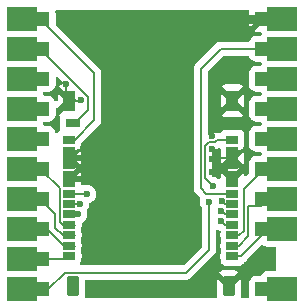
<source format=gbr>
%TF.GenerationSoftware,KiCad,Pcbnew,9.0.1+dfsg-1*%
%TF.CreationDate,2025-05-01T11:04:40+02:00*%
%TF.ProjectId,sim-and-sd-card,73696d2d-616e-4642-9d73-642d63617264,rev?*%
%TF.SameCoordinates,Original*%
%TF.FileFunction,Copper,L1,Top*%
%TF.FilePolarity,Positive*%
%FSLAX46Y46*%
G04 Gerber Fmt 4.6, Leading zero omitted, Abs format (unit mm)*
G04 Created by KiCad (PCBNEW 9.0.1+dfsg-1) date 2025-05-01 11:04:40*
%MOMM*%
%LPD*%
G01*
G04 APERTURE LIST*
G04 Aperture macros list*
%AMRoundRect*
0 Rectangle with rounded corners*
0 $1 Rounding radius*
0 $2 $3 $4 $5 $6 $7 $8 $9 X,Y pos of 4 corners*
0 Add a 4 corners polygon primitive as box body*
4,1,4,$2,$3,$4,$5,$6,$7,$8,$9,$2,$3,0*
0 Add four circle primitives for the rounded corners*
1,1,$1+$1,$2,$3*
1,1,$1+$1,$4,$5*
1,1,$1+$1,$6,$7*
1,1,$1+$1,$8,$9*
0 Add four rect primitives between the rounded corners*
20,1,$1+$1,$2,$3,$4,$5,0*
20,1,$1+$1,$4,$5,$6,$7,0*
20,1,$1+$1,$6,$7,$8,$9,0*
20,1,$1+$1,$8,$9,$2,$3,0*%
G04 Aperture macros list end*
%TA.AperFunction,ComponentPad*%
%ADD10RoundRect,0.172244X-0.352756X-0.677756X0.352756X-0.677756X0.352756X0.677756X-0.352756X0.677756X0*%
%TD*%
%TA.AperFunction,SMDPad,CuDef*%
%ADD11R,1.000000X1.340000*%
%TD*%
%TA.AperFunction,SMDPad,CuDef*%
%ADD12R,1.000000X1.940000*%
%TD*%
%TA.AperFunction,SMDPad,CuDef*%
%ADD13R,1.000000X1.800000*%
%TD*%
%TA.AperFunction,SMDPad,CuDef*%
%ADD14R,1.000000X1.350000*%
%TD*%
%TA.AperFunction,ComponentPad*%
%ADD15RoundRect,0.172244X0.352756X0.677756X-0.352756X0.677756X-0.352756X-0.677756X0.352756X-0.677756X0*%
%TD*%
%TA.AperFunction,SMDPad,CuDef*%
%ADD16R,1.200000X0.700000*%
%TD*%
%TA.AperFunction,SMDPad,CuDef*%
%ADD17R,1.000000X0.700000*%
%TD*%
%TA.AperFunction,CastellatedPad*%
%ADD18R,2.540000X2.000000*%
%TD*%
%TA.AperFunction,ComponentPad*%
%ADD19RoundRect,0.250000X-0.375000X-0.375000X0.375000X-0.375000X0.375000X0.375000X-0.375000X0.375000X0*%
%TD*%
%TA.AperFunction,ViaPad*%
%ADD20C,0.600000*%
%TD*%
%TA.AperFunction,Conductor*%
%ADD21C,0.200000*%
%TD*%
%TA.AperFunction,Conductor*%
%ADD22C,0.500000*%
%TD*%
%TA.AperFunction,Conductor*%
%ADD23C,0.750000*%
%TD*%
G04 APERTURE END LIST*
D10*
%TO.P,J1,G1,GND*%
%TO.N,GND*%
X53015400Y-60020200D03*
D11*
%TO.P,J1,G2,GND*%
X52705400Y-50970200D03*
D12*
%TO.P,J1,G3,GND*%
X52705400Y-49130200D03*
D13*
%TO.P,J1,G4,GND*%
X52705400Y-44320200D03*
%TO.P,J1,G5,GND*%
X66515400Y-44320200D03*
D12*
%TO.P,J1,G6,GND*%
X66515400Y-49130200D03*
D14*
%TO.P,J1,G7,GND*%
X66515400Y-50970200D03*
D15*
%TO.P,J1,G8,GND*%
X66205400Y-60020200D03*
D16*
%TO.P,J1,S/W,SD_PRESENT*%
%TO.N,SD_PRESENT*%
X53005400Y-46205200D03*
D17*
%TO.P,J1,S1,SIM_VCC*%
%TO.N,SIM_VCC*%
X66515400Y-57460200D03*
%TO.P,J1,S2,SIM_RESET*%
%TO.N,SIM_RESET*%
X66515400Y-56580200D03*
%TO.P,J1,S3,SIM_CLK*%
%TO.N,SIM_CLK*%
X52705400Y-56580200D03*
%TO.P,J1,S4,SIM_AUX1*%
%TO.N,SIM_AUX1*%
X52705400Y-57460200D03*
%TO.P,J1,S5,SIM_GND*%
%TO.N,SIM_GND*%
X66515400Y-53940200D03*
%TO.P,J1,S6,SIM_VPP*%
%TO.N,SIM_VPP*%
X66515400Y-55700200D03*
%TO.P,J1,S7,SIM_DATA*%
%TO.N,SIM_DATA*%
X52705400Y-55700200D03*
%TO.P,J1,S8,SIM_AUX2*%
%TO.N,SIM_AUX2*%
X52705400Y-53940200D03*
%TO.P,J1,T1,SD_DAT2*%
%TO.N,SD_DAT2*%
X66515400Y-47620200D03*
%TO.P,J1,T2,SD_CD*%
%TO.N,SD_CD*%
X66515400Y-52180200D03*
%TO.P,J1,T3,SD_CMD*%
%TO.N,SD_CMD*%
X66515400Y-53060200D03*
%TO.P,J1,T4,SD_VDD*%
%TO.N,SD_VDD*%
X66515400Y-54820200D03*
%TO.P,J1,T5,SD_CLK*%
%TO.N,SD_CLK*%
X52705400Y-54820200D03*
%TO.P,J1,T6,SD_GND*%
%TO.N,SD_GND*%
X52705400Y-53060200D03*
%TO.P,J1,T7,SD_DAT0*%
%TO.N,SD_DAT0*%
X52705400Y-52180200D03*
%TO.P,J1,T8,SD_DAT1*%
%TO.N,SD_DAT1*%
X52705400Y-47620200D03*
%TD*%
D18*
%TO.P,M1,1*%
%TO.N,unconnected-(M1-Pad1)_1*%
X70720800Y-60248800D03*
D19*
X69020800Y-60248800D03*
D18*
%TO.P,M1,3*%
%TO.N,SIM_VCC*%
X70720800Y-55168800D03*
D19*
X69020800Y-55168800D03*
D18*
%TO.P,M1,4*%
%TO.N,SIM_RESET*%
X70720800Y-52628800D03*
D19*
X69020800Y-52628800D03*
D18*
%TO.P,M1,5*%
%TO.N,SIM_VPP*%
X70720800Y-50088800D03*
D19*
X69020800Y-50088800D03*
D18*
%TO.P,M1,6*%
%TO.N,SD_VDD*%
X70720800Y-47548800D03*
D19*
X69020800Y-47548800D03*
D18*
%TO.P,M1,7*%
%TO.N,SIM_GND*%
X70720800Y-45008800D03*
D19*
X69020800Y-45008800D03*
D18*
%TO.P,M1,8*%
%TO.N,SD_CMD*%
X70720800Y-42468800D03*
D19*
X69020800Y-42468800D03*
D18*
%TO.P,M1,9*%
%TO.N,SD_CD*%
X70720800Y-39928800D03*
D19*
X69020800Y-39928800D03*
D18*
%TO.P,M1,10,GND*%
%TO.N,GND*%
X70720800Y-37388800D03*
D19*
X69020800Y-37388800D03*
%TO.P,M1,11*%
%TO.N,SD_DAT2*%
X50420800Y-60248800D03*
D18*
X48720800Y-60248800D03*
D19*
%TO.P,M1,12*%
%TO.N,SIM_AUX1*%
X50420800Y-57708800D03*
D18*
X48720800Y-57708800D03*
D19*
%TO.P,M1,13*%
%TO.N,SIM_CLK*%
X50420800Y-55168800D03*
D18*
X48720800Y-55168800D03*
D19*
%TO.P,M1,14*%
%TO.N,SIM_DATA*%
X50420800Y-52628800D03*
D18*
X48720800Y-52628800D03*
D19*
%TO.P,M1,15*%
%TO.N,SD_CLK*%
X50420800Y-50088800D03*
D18*
X48720800Y-50088800D03*
D19*
%TO.P,M1,16*%
%TO.N,SIM_AUX2*%
X50420800Y-47548800D03*
D18*
X48720800Y-47548800D03*
D19*
%TO.P,M1,17*%
%TO.N,SD_GND*%
X50420800Y-45008800D03*
D18*
X48720800Y-45008800D03*
D19*
%TO.P,M1,18*%
%TO.N,SD_DAT0*%
X50420800Y-42468800D03*
D18*
X48720800Y-42468800D03*
D19*
%TO.P,M1,19*%
%TO.N,SD_PRESENT*%
X50420800Y-39928800D03*
D18*
X48720800Y-39928800D03*
D19*
%TO.P,M1,20*%
%TO.N,SD_DAT1*%
X50420800Y-37388800D03*
D18*
X48720800Y-37388800D03*
%TD*%
D20*
%TO.N,SD_GND*%
X53594000Y-53060600D03*
%TO.N,SD_DAT2*%
X64871600Y-51580200D03*
X64541400Y-52882800D03*
%TO.N,SIM_AUX2*%
X53416200Y-53949600D03*
%TO.N,GND*%
X52385420Y-42915380D03*
X64750200Y-50342800D03*
X64795400Y-47269400D03*
X66395600Y-38709600D03*
X64750200Y-49227480D03*
X64750200Y-48389400D03*
X53694400Y-44297600D03*
%TO.N,SD_VDD*%
X65557480Y-54490975D03*
%TO.N,SIM_GND*%
X65564884Y-53627080D03*
%TO.N,SD_CMD*%
X65614204Y-52828601D03*
%TO.N,SD_DAT0*%
X54194000Y-52222400D03*
%TD*%
D21*
%TO.N,SIM_AUX1*%
X53155400Y-57460200D02*
X52906800Y-57708800D01*
X52906800Y-57708800D02*
X49920800Y-57708800D01*
%TO.N,SD_GND*%
X53155400Y-53060200D02*
X53593600Y-53060200D01*
X53593600Y-53060200D02*
X53594000Y-53060600D01*
%TO.N,SD_DAT2*%
X50927000Y-60248800D02*
X49920800Y-60248800D01*
X62592600Y-58870200D02*
X52305600Y-58870200D01*
X49911000Y-60248800D02*
X50181000Y-60248800D01*
X52305600Y-58870200D02*
X50927000Y-60248800D01*
X66065400Y-47620200D02*
X65236560Y-47620200D01*
X64514800Y-47829400D02*
X64190200Y-48154000D01*
X64541400Y-52882800D02*
X64541400Y-56921400D01*
X64541400Y-56921400D02*
X62592600Y-58870200D01*
X65236560Y-47620200D02*
X65027360Y-47829400D01*
X64190200Y-48154000D02*
X64190200Y-50898800D01*
X64190200Y-50898800D02*
X64871600Y-51580200D01*
X65027360Y-47829400D02*
X64514800Y-47829400D01*
%TO.N,SIM_CLK*%
X50850800Y-55168800D02*
X49920800Y-55168800D01*
X52262200Y-56580200D02*
X50850800Y-55168800D01*
X53155400Y-56580200D02*
X52262200Y-56580200D01*
%TO.N,SIM_AUX2*%
X52670200Y-53940200D02*
X52578000Y-53848000D01*
X53155400Y-53940200D02*
X52670200Y-53940200D01*
X53406800Y-53940200D02*
X53416200Y-53949600D01*
X53155400Y-53940200D02*
X53406800Y-53940200D01*
D22*
%TO.N,GND*%
X53155400Y-50970200D02*
X54196000Y-50970200D01*
D21*
X66065400Y-49130200D02*
X64847480Y-49130200D01*
D22*
X54305200Y-49123600D02*
X54298600Y-49130200D01*
D21*
X64847480Y-49130200D02*
X64750200Y-49227480D01*
X66065400Y-49130200D02*
X65491000Y-49130200D01*
D22*
X53155400Y-49130200D02*
X54298600Y-49130200D01*
D23*
X66395600Y-38110606D02*
X66395600Y-38709600D01*
D21*
X66065400Y-50800000D02*
X65963800Y-50698400D01*
X65608200Y-50342800D02*
X64750200Y-50342800D01*
X66065400Y-49130200D02*
X66065400Y-50970200D01*
X53155400Y-44320200D02*
X53155400Y-44265400D01*
X53155400Y-44265400D02*
X52385420Y-43495420D01*
X65963800Y-50698400D02*
X65608200Y-50342800D01*
X53155400Y-44265400D02*
X53060600Y-44170600D01*
X53671800Y-44320200D02*
X53694400Y-44297600D01*
D23*
X67117406Y-37388800D02*
X66395600Y-38110606D01*
D21*
X66065400Y-50970200D02*
X66065400Y-50800000D01*
X52385420Y-43495420D02*
X52385420Y-42915380D01*
D23*
X69511000Y-37388800D02*
X67117406Y-37388800D01*
D21*
X65491000Y-49130200D02*
X64750200Y-48389400D01*
D22*
X54196000Y-50970200D02*
X54203600Y-50977800D01*
D21*
X53155400Y-44320200D02*
X53671800Y-44320200D01*
%TO.N,SD_DAT1*%
X50190800Y-37388800D02*
X54787800Y-41985800D01*
X49920800Y-37388800D02*
X50190800Y-37388800D01*
X54787800Y-41985800D02*
X54787800Y-45987800D01*
X54787800Y-45987800D02*
X53155400Y-47620200D01*
%TO.N,SD_CD*%
X64296000Y-52180200D02*
X63830200Y-51714400D01*
X63830200Y-51714400D02*
X63830200Y-41630600D01*
X65532000Y-39928800D02*
X69511000Y-39928800D01*
X63830200Y-41630600D02*
X65532000Y-39928800D01*
X66065400Y-52180200D02*
X64296000Y-52180200D01*
%TO.N,SD_VDD*%
X66065400Y-54820200D02*
X65886705Y-54820200D01*
X65886705Y-54820200D02*
X65557480Y-54490975D01*
%TO.N,SIM_VCC*%
X66065400Y-57460200D02*
X67229400Y-57460200D01*
X67229400Y-57460200D02*
X69520800Y-55168800D01*
%TO.N,SD_CLK*%
X51890800Y-54575600D02*
X51890800Y-51728800D01*
X53155400Y-54820200D02*
X52135400Y-54820200D01*
X52135400Y-54820200D02*
X51890800Y-54575600D01*
X51890800Y-51728800D02*
X50250800Y-50088800D01*
X50250800Y-50088800D02*
X49920800Y-50088800D01*
%TO.N,SIM_GND*%
X66065400Y-53940200D02*
X65878004Y-53940200D01*
X65878004Y-53940200D02*
X65564884Y-53627080D01*
%TO.N,SIM_VPP*%
X67468800Y-55316800D02*
X67468800Y-51801000D01*
X66065400Y-55700200D02*
X67085400Y-55700200D01*
X69181000Y-50088800D02*
X69511000Y-50088800D01*
X67468800Y-51801000D02*
X69181000Y-50088800D01*
X67085400Y-55700200D02*
X67468800Y-55316800D01*
%TO.N,SIM_RESET*%
X67868800Y-53213000D02*
X68926800Y-53213000D01*
X68926800Y-53213000D02*
X69511000Y-52628800D01*
X67868800Y-55796800D02*
X67868800Y-53213000D01*
X66065400Y-56580200D02*
X67085400Y-56580200D01*
X67085400Y-56580200D02*
X67868800Y-55796800D01*
%TO.N,SD_PRESENT*%
X54254400Y-45106200D02*
X54254400Y-43992400D01*
X54254400Y-43992400D02*
X50190800Y-39928800D01*
X53155400Y-46205200D02*
X54254400Y-45106200D01*
X50190800Y-39928800D02*
X49920800Y-39928800D01*
%TO.N,SD_CMD*%
X66065400Y-53060200D02*
X66293600Y-53060200D01*
X65871603Y-53086000D02*
X65614204Y-52828601D01*
X66293600Y-53060200D02*
X66319400Y-53086000D01*
X66319400Y-53086000D02*
X65871603Y-53086000D01*
%TO.N,SIM_DATA*%
X52135400Y-55700200D02*
X51490800Y-55055600D01*
X53155400Y-55700200D02*
X52135400Y-55700200D01*
X50190800Y-52628800D02*
X49920800Y-52628800D01*
X51490800Y-53928800D02*
X50190800Y-52628800D01*
X51490800Y-55055600D02*
X51490800Y-53928800D01*
%TO.N,SD_DAT0*%
X53155400Y-52180200D02*
X52866000Y-52180200D01*
X53155400Y-52180200D02*
X54151800Y-52180200D01*
X54151800Y-52180200D02*
X54194000Y-52222400D01*
X52866000Y-52180200D02*
X52781200Y-52095400D01*
%TD*%
%TA.AperFunction,Conductor*%
%TO.N,GND*%
G36*
X65282121Y-55248335D02*
G01*
X65283547Y-55248131D01*
X65313352Y-55256308D01*
X65323983Y-55260712D01*
X65370902Y-55270045D01*
X65415091Y-55278835D01*
X65477002Y-55311220D01*
X65511576Y-55371935D01*
X65514900Y-55400452D01*
X65514900Y-55421836D01*
X65507233Y-55460380D01*
X65507926Y-55460566D01*
X65464900Y-55621143D01*
X65464900Y-55779256D01*
X65507650Y-55938807D01*
X65509020Y-55940831D01*
X65513260Y-55968041D01*
X65514865Y-55975638D01*
X65514900Y-55977129D01*
X65514901Y-56098072D01*
X65518556Y-56132081D01*
X65518679Y-56137271D01*
X65518004Y-56139788D01*
X65518004Y-56153449D01*
X65514900Y-56182322D01*
X65514900Y-56301836D01*
X65507233Y-56340380D01*
X65507926Y-56340566D01*
X65481605Y-56438800D01*
X65464900Y-56501143D01*
X65464900Y-56659257D01*
X65467591Y-56669299D01*
X65507650Y-56818807D01*
X65509020Y-56820831D01*
X65513260Y-56848041D01*
X65514865Y-56855638D01*
X65514900Y-56857129D01*
X65514901Y-56978072D01*
X65518556Y-57012081D01*
X65518679Y-57017271D01*
X65518004Y-57019788D01*
X65518004Y-57033449D01*
X65514900Y-57062322D01*
X65514900Y-57181836D01*
X65507233Y-57220380D01*
X65507926Y-57220566D01*
X65489290Y-57290117D01*
X65464900Y-57381143D01*
X65464900Y-57539257D01*
X65482231Y-57603939D01*
X65507926Y-57699834D01*
X65507232Y-57700019D01*
X65514900Y-57738562D01*
X65514900Y-57858069D01*
X65514901Y-57858076D01*
X65521308Y-57917683D01*
X65571602Y-58052528D01*
X65571606Y-58052535D01*
X65657852Y-58167744D01*
X65657855Y-58167747D01*
X65773064Y-58253993D01*
X65773071Y-58253997D01*
X65907917Y-58304291D01*
X65907916Y-58304291D01*
X65914844Y-58305035D01*
X65967527Y-58310700D01*
X67063272Y-58310699D01*
X67122883Y-58304291D01*
X67257731Y-58253996D01*
X67372946Y-58167746D01*
X67459196Y-58052531D01*
X67459197Y-58052525D01*
X67463446Y-58044748D01*
X67464961Y-58045575D01*
X67500506Y-57998087D01*
X67512822Y-57989962D01*
X67598116Y-57940720D01*
X67709920Y-57828916D01*
X67709920Y-57828914D01*
X67720128Y-57818707D01*
X67720130Y-57818704D01*
X68971090Y-56567743D01*
X69032411Y-56534260D01*
X69102103Y-56539244D01*
X69133078Y-56556158D01*
X69208468Y-56612595D01*
X69208471Y-56612597D01*
X69343317Y-56662891D01*
X69343316Y-56662891D01*
X69350244Y-56663635D01*
X69402927Y-56669300D01*
X70096300Y-56669299D01*
X70163339Y-56688983D01*
X70209094Y-56741787D01*
X70220300Y-56793299D01*
X70220300Y-58624300D01*
X70200615Y-58691339D01*
X70147811Y-58737094D01*
X70096300Y-58748300D01*
X69402929Y-58748300D01*
X69402923Y-58748301D01*
X69343316Y-58754708D01*
X69208471Y-58805002D01*
X69208464Y-58805006D01*
X69093255Y-58891252D01*
X69093252Y-58891255D01*
X69007005Y-59006465D01*
X68993514Y-59042636D01*
X68951641Y-59098569D01*
X68886176Y-59122984D01*
X68877333Y-59123300D01*
X68595799Y-59123300D01*
X68595780Y-59123301D01*
X68493003Y-59133800D01*
X68493000Y-59133801D01*
X68326468Y-59188985D01*
X68326463Y-59188987D01*
X68177142Y-59281089D01*
X68053089Y-59405142D01*
X67960987Y-59554463D01*
X67960986Y-59554466D01*
X67905801Y-59721003D01*
X67905801Y-59721004D01*
X67905800Y-59721004D01*
X67895300Y-59823783D01*
X67895300Y-60673801D01*
X67895301Y-60673819D01*
X67905800Y-60776596D01*
X67905801Y-60776599D01*
X67931879Y-60855296D01*
X67934281Y-60925124D01*
X67898549Y-60985166D01*
X67836029Y-61016359D01*
X67814173Y-61018300D01*
X67330979Y-61018300D01*
X67263940Y-60998615D01*
X67218185Y-60945811D01*
X67208241Y-60876653D01*
X67212594Y-60857409D01*
X67224244Y-60820020D01*
X67230399Y-60752283D01*
X67230399Y-59348752D01*
X67230398Y-59348751D01*
X66469856Y-60109294D01*
X66408533Y-60142779D01*
X66338841Y-60137795D01*
X66294494Y-60109294D01*
X66265400Y-60080200D01*
X66265400Y-59606648D01*
X67019228Y-58852820D01*
X66975785Y-58809377D01*
X66975780Y-58809373D01*
X66836081Y-58724923D01*
X66836074Y-58724920D01*
X66680221Y-58676355D01*
X66680223Y-58676355D01*
X66612483Y-58670200D01*
X65798305Y-58670200D01*
X65730585Y-58676353D01*
X65730578Y-58676355D01*
X65574725Y-58724920D01*
X65574718Y-58724923D01*
X65435019Y-58809373D01*
X65435014Y-58809377D01*
X65391572Y-58852820D01*
X65945754Y-59407002D01*
X65895848Y-59456909D01*
X65865400Y-59530418D01*
X65865400Y-60033752D01*
X65180400Y-59348752D01*
X65180400Y-60752294D01*
X65186553Y-60820014D01*
X65186554Y-60820018D01*
X65198206Y-60857409D01*
X65199358Y-60927269D01*
X65162557Y-60986662D01*
X65099488Y-61016730D01*
X65079821Y-61018300D01*
X54140979Y-61018300D01*
X54073940Y-60998615D01*
X54028185Y-60945811D01*
X54018241Y-60876653D01*
X54022594Y-60857409D01*
X54034244Y-60820020D01*
X54040399Y-60752283D01*
X54040399Y-59594700D01*
X54060084Y-59527661D01*
X54112887Y-59481906D01*
X54164399Y-59470700D01*
X62505931Y-59470700D01*
X62505947Y-59470701D01*
X62513543Y-59470701D01*
X62671654Y-59470701D01*
X62671657Y-59470701D01*
X62824385Y-59429777D01*
X62874504Y-59400839D01*
X62961316Y-59350720D01*
X63073120Y-59238916D01*
X63073120Y-59238914D01*
X63083328Y-59228707D01*
X63083330Y-59228704D01*
X64899906Y-57412128D01*
X64899911Y-57412124D01*
X64910114Y-57401920D01*
X64910116Y-57401920D01*
X65021920Y-57290116D01*
X65100977Y-57153184D01*
X65138146Y-57014466D01*
X65141900Y-57000458D01*
X65141900Y-56842343D01*
X65141900Y-55370869D01*
X65151145Y-55339383D01*
X65159261Y-55307592D01*
X65160939Y-55306029D01*
X65161585Y-55303830D01*
X65186379Y-55282345D01*
X65210400Y-55259983D01*
X65212656Y-55259575D01*
X65214389Y-55258075D01*
X65246865Y-55253405D01*
X65279160Y-55247580D01*
X65282121Y-55248335D01*
G37*
%TD.AperFunction*%
%TA.AperFunction,Conductor*%
G36*
X67842023Y-36627323D02*
G01*
X67870058Y-36632343D01*
X67875116Y-36637040D01*
X67881739Y-36638985D01*
X67900386Y-36660504D01*
X67921258Y-36679886D01*
X67922974Y-36686572D01*
X67927494Y-36691789D01*
X67931546Y-36719974D01*
X67938627Y-36747562D01*
X67936900Y-36757206D01*
X67937438Y-36760947D01*
X67932406Y-36782304D01*
X67906294Y-36861102D01*
X67906293Y-36861109D01*
X67895800Y-36963813D01*
X67895800Y-37813771D01*
X67895801Y-37813787D01*
X67906294Y-37916497D01*
X67961441Y-38082919D01*
X67961443Y-38082924D01*
X67965899Y-38090147D01*
X68645800Y-37410246D01*
X68645800Y-37438170D01*
X68671356Y-37533545D01*
X68720725Y-37619055D01*
X68790545Y-37688875D01*
X68876055Y-37738244D01*
X68971430Y-37763800D01*
X68999350Y-37763800D01*
X68319450Y-38443700D01*
X68326675Y-38448157D01*
X68493102Y-38503305D01*
X68493109Y-38503306D01*
X68595819Y-38513799D01*
X68877679Y-38513799D01*
X68898925Y-38520037D01*
X68921009Y-38521616D01*
X68931792Y-38529687D01*
X68944718Y-38533483D01*
X68959218Y-38550217D01*
X68976944Y-38563486D01*
X68987557Y-38582922D01*
X68990473Y-38586287D01*
X68993859Y-38594462D01*
X69001426Y-38614748D01*
X69006413Y-38684439D01*
X69001427Y-38701420D01*
X68993514Y-38722635D01*
X68951643Y-38778568D01*
X68886178Y-38802984D01*
X68877333Y-38803300D01*
X68595799Y-38803300D01*
X68595780Y-38803301D01*
X68493003Y-38813800D01*
X68493000Y-38813801D01*
X68326468Y-38868985D01*
X68326463Y-38868987D01*
X68177142Y-38961089D01*
X68053089Y-39085142D01*
X67960985Y-39234467D01*
X67958056Y-39243307D01*
X67918282Y-39300751D01*
X67853765Y-39327572D01*
X67840351Y-39328300D01*
X65618670Y-39328300D01*
X65618654Y-39328299D01*
X65611058Y-39328299D01*
X65452943Y-39328299D01*
X65376579Y-39348761D01*
X65300214Y-39369223D01*
X65300209Y-39369226D01*
X65163290Y-39448275D01*
X65163282Y-39448281D01*
X63349679Y-41261884D01*
X63330187Y-41295645D01*
X63321949Y-41309916D01*
X63270623Y-41398815D01*
X63229699Y-41551543D01*
X63229699Y-41551545D01*
X63229699Y-41719646D01*
X63229700Y-41719659D01*
X63229700Y-51627730D01*
X63229699Y-51627748D01*
X63229699Y-51793454D01*
X63229698Y-51793454D01*
X63229699Y-51793457D01*
X63270623Y-51946185D01*
X63270624Y-51946186D01*
X63286332Y-51973395D01*
X63286333Y-51973396D01*
X63349675Y-52083109D01*
X63349681Y-52083117D01*
X63755312Y-52488748D01*
X63788797Y-52550071D01*
X63783813Y-52619763D01*
X63782194Y-52623878D01*
X63771662Y-52649306D01*
X63771660Y-52649311D01*
X63740900Y-52803953D01*
X63740900Y-52961646D01*
X63771661Y-53116289D01*
X63771664Y-53116301D01*
X63832002Y-53261972D01*
X63832009Y-53261985D01*
X63920002Y-53393674D01*
X63940880Y-53460351D01*
X63940900Y-53462565D01*
X63940900Y-56621303D01*
X63921215Y-56688342D01*
X63904581Y-56708984D01*
X62380184Y-58233381D01*
X62318861Y-58266866D01*
X62292503Y-58269700D01*
X53734346Y-58269700D01*
X53667307Y-58250015D01*
X53621552Y-58197211D01*
X53611608Y-58128053D01*
X53635079Y-58071389D01*
X53636445Y-58069563D01*
X53649196Y-58052531D01*
X53699491Y-57917683D01*
X53705900Y-57858073D01*
X53705899Y-57738563D01*
X53713566Y-57700023D01*
X53712872Y-57699837D01*
X53714976Y-57691984D01*
X53755900Y-57539258D01*
X53755900Y-57381143D01*
X53714976Y-57228416D01*
X53714974Y-57228413D01*
X53713146Y-57221590D01*
X53711779Y-57219569D01*
X53707540Y-57192369D01*
X53705934Y-57184763D01*
X53705899Y-57183280D01*
X53705899Y-57062328D01*
X53702241Y-57028305D01*
X53702119Y-57023124D01*
X53702795Y-57020603D01*
X53702795Y-57006948D01*
X53705900Y-56978073D01*
X53705899Y-56858563D01*
X53713567Y-56820021D01*
X53712873Y-56819836D01*
X53714977Y-56811984D01*
X53755900Y-56659257D01*
X53755900Y-56501143D01*
X53714977Y-56348416D01*
X53714975Y-56348412D01*
X53713147Y-56341590D01*
X53711779Y-56339567D01*
X53707540Y-56312366D01*
X53705934Y-56304761D01*
X53705899Y-56303278D01*
X53705899Y-56182328D01*
X53702241Y-56148305D01*
X53702119Y-56143124D01*
X53702795Y-56140603D01*
X53702795Y-56126948D01*
X53705900Y-56098073D01*
X53705899Y-55978563D01*
X53713567Y-55940021D01*
X53712873Y-55939836D01*
X53714977Y-55931984D01*
X53755900Y-55779257D01*
X53755900Y-55621143D01*
X53714977Y-55468416D01*
X53714975Y-55468412D01*
X53713147Y-55461590D01*
X53711779Y-55459567D01*
X53707540Y-55432366D01*
X53705934Y-55424761D01*
X53705899Y-55423278D01*
X53705899Y-55302328D01*
X53702241Y-55268305D01*
X53702119Y-55263124D01*
X53702795Y-55260603D01*
X53702795Y-55246948D01*
X53705900Y-55218073D01*
X53705899Y-55098563D01*
X53713567Y-55060021D01*
X53712873Y-55059836D01*
X53714977Y-55051984D01*
X53755900Y-54899257D01*
X53755900Y-54751652D01*
X53775585Y-54684613D01*
X53811010Y-54648550D01*
X53866197Y-54611674D01*
X53926489Y-54571389D01*
X54037989Y-54459889D01*
X54125594Y-54328779D01*
X54185937Y-54183097D01*
X54216700Y-54028442D01*
X54216700Y-53870758D01*
X54216700Y-53870755D01*
X54216699Y-53870753D01*
X54205311Y-53813501D01*
X54185937Y-53716103D01*
X54183857Y-53711083D01*
X54176384Y-53641617D01*
X54207654Y-53579135D01*
X54210685Y-53575992D01*
X54215789Y-53570889D01*
X54303394Y-53439779D01*
X54363737Y-53294097D01*
X54394500Y-53139442D01*
X54394500Y-53088659D01*
X54414185Y-53021620D01*
X54466989Y-52975865D01*
X54471048Y-52974098D01*
X54573172Y-52931797D01*
X54573172Y-52931796D01*
X54573179Y-52931794D01*
X54704289Y-52844189D01*
X54815789Y-52732689D01*
X54903394Y-52601579D01*
X54963737Y-52455897D01*
X54994500Y-52301242D01*
X54994500Y-52143558D01*
X54994500Y-52143555D01*
X54994499Y-52143553D01*
X54963738Y-51988910D01*
X54963737Y-51988903D01*
X54957314Y-51973396D01*
X54903397Y-51843227D01*
X54903390Y-51843214D01*
X54815789Y-51712111D01*
X54815786Y-51712107D01*
X54704292Y-51600613D01*
X54704288Y-51600610D01*
X54573185Y-51513009D01*
X54573172Y-51513002D01*
X54427501Y-51452664D01*
X54427489Y-51452661D01*
X54272845Y-51421900D01*
X54272842Y-51421900D01*
X54115158Y-51421900D01*
X54115155Y-51421900D01*
X53960510Y-51452661D01*
X53960503Y-51452663D01*
X53876851Y-51487312D01*
X53807382Y-51494780D01*
X53744903Y-51463504D01*
X53709251Y-51403415D01*
X53705400Y-51372750D01*
X53705400Y-50390200D01*
X53694636Y-50385741D01*
X53666843Y-50400918D01*
X53640485Y-50403752D01*
X53625400Y-50403752D01*
X52969857Y-51059295D01*
X52908534Y-51092780D01*
X52838842Y-51087796D01*
X52794495Y-51059295D01*
X52616305Y-50881105D01*
X52582820Y-50819782D01*
X52587804Y-50750090D01*
X52616305Y-50705743D01*
X53271848Y-50050200D01*
X52616305Y-49394657D01*
X52582820Y-49333334D01*
X52587804Y-49263642D01*
X52616305Y-49219295D01*
X52705400Y-49130200D01*
X52616304Y-49041104D01*
X52582819Y-48979781D01*
X52587803Y-48910089D01*
X52616304Y-48865742D01*
X52975029Y-48507018D01*
X53036352Y-48473533D01*
X53062708Y-48470699D01*
X53253272Y-48470699D01*
X53312883Y-48464291D01*
X53435846Y-48418428D01*
X53505535Y-48413445D01*
X53566858Y-48446930D01*
X53600343Y-48508253D01*
X53595359Y-48577944D01*
X53566858Y-48622292D01*
X53058952Y-49130199D01*
X53058952Y-49130200D01*
X53625400Y-49696648D01*
X53640485Y-49696648D01*
X53697616Y-49713423D01*
X53705400Y-49710199D01*
X53705400Y-48483752D01*
X53654993Y-48462873D01*
X53600590Y-48419032D01*
X53578525Y-48352738D01*
X53595804Y-48285039D01*
X53603180Y-48274001D01*
X53649193Y-48212535D01*
X53649192Y-48212535D01*
X53649196Y-48212531D01*
X53699491Y-48077683D01*
X53705900Y-48018073D01*
X53705899Y-47970296D01*
X53725582Y-47903259D01*
X53742213Y-47882620D01*
X55146306Y-46478528D01*
X55146311Y-46478524D01*
X55156514Y-46468320D01*
X55156516Y-46468320D01*
X55268320Y-46356516D01*
X55324447Y-46259300D01*
X55347377Y-46219585D01*
X55388300Y-46066858D01*
X55388300Y-45908743D01*
X55388300Y-42074860D01*
X55388301Y-42074847D01*
X55388301Y-41906744D01*
X55352857Y-41774468D01*
X55347377Y-41754016D01*
X55321767Y-41709657D01*
X55268324Y-41617090D01*
X55268318Y-41617082D01*
X53431338Y-39780102D01*
X51580432Y-37929197D01*
X51546948Y-37867875D01*
X51544757Y-37828908D01*
X51546299Y-37813820D01*
X51546299Y-37813818D01*
X51546300Y-37813809D01*
X51546299Y-36963792D01*
X51535799Y-36861003D01*
X51535318Y-36859553D01*
X51509721Y-36782304D01*
X51507319Y-36712476D01*
X51543051Y-36652434D01*
X51605571Y-36621241D01*
X51627427Y-36619300D01*
X67814700Y-36619300D01*
X67842023Y-36627323D01*
G37*
%TD.AperFunction*%
%TA.AperFunction,Conductor*%
G36*
X67863727Y-40536164D02*
G01*
X67887951Y-40538800D01*
X67896655Y-40545832D01*
X67907390Y-40548985D01*
X67923343Y-40567396D01*
X67942298Y-40582711D01*
X67950014Y-40598176D01*
X67953145Y-40601789D01*
X67958056Y-40614293D01*
X67960986Y-40623134D01*
X68053088Y-40772456D01*
X68177144Y-40896512D01*
X68326466Y-40988614D01*
X68493003Y-41043799D01*
X68595791Y-41054300D01*
X68877333Y-41054299D01*
X68898579Y-41060537D01*
X68920662Y-41062116D01*
X68931444Y-41070187D01*
X68944372Y-41073983D01*
X68958873Y-41090718D01*
X68976597Y-41103985D01*
X68987212Y-41123423D01*
X68990127Y-41126787D01*
X68993513Y-41134961D01*
X69001160Y-41155462D01*
X69006147Y-41225152D01*
X69001161Y-41242135D01*
X68993514Y-41262636D01*
X68951641Y-41318569D01*
X68886176Y-41342984D01*
X68877333Y-41343300D01*
X68595799Y-41343300D01*
X68595780Y-41343301D01*
X68493003Y-41353800D01*
X68493000Y-41353801D01*
X68326468Y-41408985D01*
X68326463Y-41408987D01*
X68177142Y-41501089D01*
X68053089Y-41625142D01*
X67960987Y-41774463D01*
X67960986Y-41774466D01*
X67905801Y-41941003D01*
X67905801Y-41941004D01*
X67905800Y-41941004D01*
X67895300Y-42043783D01*
X67895300Y-42893801D01*
X67895301Y-42893819D01*
X67905800Y-42996596D01*
X67905801Y-42996599D01*
X67927809Y-43063013D01*
X67960986Y-43163134D01*
X68053088Y-43312456D01*
X68177144Y-43436512D01*
X68326466Y-43528614D01*
X68493003Y-43583799D01*
X68595791Y-43594300D01*
X68877333Y-43594299D01*
X68898579Y-43600537D01*
X68920662Y-43602116D01*
X68931444Y-43610187D01*
X68944372Y-43613983D01*
X68958873Y-43630718D01*
X68976597Y-43643985D01*
X68987212Y-43663423D01*
X68990127Y-43666787D01*
X68993513Y-43674961D01*
X69001160Y-43695462D01*
X69006147Y-43765152D01*
X69001161Y-43782135D01*
X68993514Y-43802636D01*
X68951641Y-43858569D01*
X68886176Y-43882984D01*
X68877333Y-43883300D01*
X68595799Y-43883300D01*
X68595780Y-43883301D01*
X68493003Y-43893800D01*
X68493000Y-43893801D01*
X68326468Y-43948985D01*
X68326463Y-43948987D01*
X68177142Y-44041089D01*
X68053089Y-44165142D01*
X67960987Y-44314463D01*
X67960986Y-44314466D01*
X67905801Y-44481003D01*
X67905801Y-44481004D01*
X67905800Y-44481004D01*
X67895300Y-44583783D01*
X67895300Y-45433801D01*
X67895301Y-45433819D01*
X67905800Y-45536596D01*
X67905801Y-45536599D01*
X67960985Y-45703131D01*
X67960987Y-45703136D01*
X67971512Y-45720199D01*
X68053088Y-45852456D01*
X68177144Y-45976512D01*
X68326466Y-46068614D01*
X68493003Y-46123799D01*
X68595791Y-46134300D01*
X68877333Y-46134299D01*
X68898579Y-46140537D01*
X68920662Y-46142116D01*
X68931444Y-46150187D01*
X68944372Y-46153983D01*
X68958873Y-46170718D01*
X68976597Y-46183985D01*
X68987212Y-46203423D01*
X68990127Y-46206787D01*
X68993513Y-46214961D01*
X69001160Y-46235462D01*
X69006147Y-46305152D01*
X69001161Y-46322135D01*
X68993514Y-46342636D01*
X68951641Y-46398569D01*
X68886176Y-46422984D01*
X68877333Y-46423300D01*
X68595799Y-46423300D01*
X68595780Y-46423301D01*
X68493003Y-46433800D01*
X68493000Y-46433801D01*
X68326468Y-46488985D01*
X68326463Y-46488987D01*
X68177142Y-46581089D01*
X68053089Y-46705142D01*
X67960987Y-46854463D01*
X67960986Y-46854466D01*
X67905801Y-47021003D01*
X67905801Y-47021004D01*
X67905800Y-47021004D01*
X67895300Y-47123783D01*
X67895300Y-47973801D01*
X67895301Y-47973819D01*
X67905800Y-48076596D01*
X67905801Y-48076599D01*
X67944337Y-48192892D01*
X67960986Y-48243134D01*
X68053088Y-48392456D01*
X68177144Y-48516512D01*
X68326466Y-48608614D01*
X68493003Y-48663799D01*
X68595791Y-48674300D01*
X68877333Y-48674299D01*
X68898579Y-48680537D01*
X68920662Y-48682116D01*
X68931444Y-48690187D01*
X68944372Y-48693983D01*
X68958873Y-48710718D01*
X68976597Y-48723985D01*
X68987212Y-48743423D01*
X68990127Y-48746787D01*
X68993513Y-48754961D01*
X69001160Y-48775462D01*
X69006147Y-48845152D01*
X69001161Y-48862133D01*
X68998650Y-48868865D01*
X68993514Y-48882636D01*
X68951641Y-48938569D01*
X68886176Y-48962984D01*
X68877333Y-48963300D01*
X68595799Y-48963300D01*
X68595780Y-48963301D01*
X68493003Y-48973800D01*
X68493000Y-48973801D01*
X68326468Y-49028985D01*
X68326463Y-49028987D01*
X68177142Y-49121089D01*
X68053089Y-49245142D01*
X67960987Y-49394463D01*
X67960985Y-49394468D01*
X67954057Y-49415376D01*
X67905801Y-49561003D01*
X67905801Y-49561004D01*
X67905800Y-49561004D01*
X67895300Y-49663783D01*
X67895300Y-50473901D01*
X67886654Y-50503344D01*
X67880132Y-50533327D01*
X67876377Y-50538342D01*
X67875615Y-50540940D01*
X67858982Y-50561582D01*
X67727079Y-50693484D01*
X67665759Y-50726968D01*
X67596067Y-50721984D01*
X67540133Y-50680113D01*
X67515716Y-50614649D01*
X67515400Y-50605802D01*
X67515400Y-50390200D01*
X67504636Y-50385741D01*
X67476843Y-50400918D01*
X67450485Y-50403752D01*
X67435400Y-50403752D01*
X66779857Y-51059295D01*
X66718534Y-51092780D01*
X66648842Y-51087796D01*
X66604495Y-51059295D01*
X66515400Y-50970200D01*
X66426305Y-51059295D01*
X66364982Y-51092780D01*
X66295290Y-51087796D01*
X66250943Y-51059295D01*
X65595400Y-50403752D01*
X65580315Y-50403752D01*
X65523183Y-50386976D01*
X65515400Y-50390200D01*
X65515400Y-50815632D01*
X65495715Y-50882671D01*
X65442911Y-50928426D01*
X65373753Y-50938370D01*
X65322509Y-50918734D01*
X65250785Y-50870809D01*
X65250772Y-50870802D01*
X65105101Y-50810464D01*
X65105091Y-50810461D01*
X64949749Y-50779561D01*
X64932992Y-50770795D01*
X64914514Y-50766776D01*
X64889477Y-50748033D01*
X64887838Y-50747176D01*
X64886260Y-50745625D01*
X64827019Y-50686384D01*
X64793534Y-50625061D01*
X64790700Y-50598703D01*
X64790700Y-50050200D01*
X65948952Y-50050200D01*
X66515400Y-50616648D01*
X67081848Y-50050200D01*
X66515400Y-49483752D01*
X65948952Y-50050200D01*
X64790700Y-50050200D01*
X64790700Y-48553900D01*
X64793250Y-48545214D01*
X64791962Y-48536253D01*
X64802940Y-48512212D01*
X64810385Y-48486861D01*
X64817225Y-48480933D01*
X64820987Y-48472697D01*
X64843221Y-48458407D01*
X64863189Y-48441106D01*
X64873703Y-48438818D01*
X64879765Y-48434923D01*
X64914700Y-48429900D01*
X64940691Y-48429900D01*
X64940707Y-48429901D01*
X64948303Y-48429901D01*
X65106414Y-48429901D01*
X65106417Y-48429901D01*
X65259145Y-48388977D01*
X65309264Y-48360039D01*
X65329400Y-48348413D01*
X65397299Y-48331940D01*
X65463326Y-48354792D01*
X65506517Y-48409712D01*
X65515400Y-48455800D01*
X65515400Y-49710199D01*
X65526163Y-49714658D01*
X65553957Y-49699482D01*
X65580315Y-49696648D01*
X65595400Y-49696648D01*
X66338624Y-48953424D01*
X66785029Y-48507018D01*
X66846352Y-48473533D01*
X66872708Y-48470699D01*
X67063272Y-48470699D01*
X67122883Y-48464291D01*
X67245846Y-48418428D01*
X67315535Y-48413445D01*
X67376858Y-48446930D01*
X67410343Y-48508253D01*
X67405359Y-48577944D01*
X67376858Y-48622292D01*
X66868952Y-49130199D01*
X66868952Y-49130200D01*
X67435400Y-49696648D01*
X67450485Y-49696648D01*
X67507616Y-49713423D01*
X67515400Y-49710199D01*
X67515400Y-48483752D01*
X67464993Y-48462873D01*
X67410590Y-48419032D01*
X67388525Y-48352738D01*
X67405804Y-48285039D01*
X67413180Y-48274001D01*
X67459193Y-48212535D01*
X67459192Y-48212535D01*
X67459196Y-48212531D01*
X67509491Y-48077683D01*
X67515900Y-48018073D01*
X67515899Y-47222328D01*
X67509491Y-47162717D01*
X67487926Y-47104899D01*
X67459196Y-47027869D01*
X67459193Y-47027864D01*
X67372947Y-46912655D01*
X67372944Y-46912652D01*
X67257735Y-46826406D01*
X67257728Y-46826402D01*
X67122882Y-46776108D01*
X67122883Y-46776108D01*
X67063283Y-46769701D01*
X67063281Y-46769700D01*
X67063273Y-46769700D01*
X67063264Y-46769700D01*
X65967529Y-46769700D01*
X65967523Y-46769701D01*
X65907916Y-46776108D01*
X65773071Y-46826402D01*
X65773064Y-46826406D01*
X65657857Y-46912651D01*
X65657851Y-46912657D01*
X65614915Y-46970012D01*
X65558981Y-47011882D01*
X65515649Y-47019700D01*
X65157499Y-47019700D01*
X65127014Y-47027868D01*
X65127015Y-47027869D01*
X65004774Y-47060623D01*
X65004769Y-47060626D01*
X64867850Y-47139675D01*
X64867842Y-47139681D01*
X64814943Y-47192581D01*
X64788015Y-47207284D01*
X64762197Y-47223877D01*
X64755996Y-47224768D01*
X64753620Y-47226066D01*
X64727262Y-47228900D01*
X64601470Y-47228900D01*
X64601454Y-47228899D01*
X64593858Y-47228899D01*
X64554700Y-47228899D01*
X64487661Y-47209214D01*
X64441906Y-47156410D01*
X64430700Y-47104899D01*
X64430700Y-45550825D01*
X65638325Y-45550825D01*
X65638325Y-45550826D01*
X65658207Y-45577384D01*
X65658214Y-45577391D01*
X65773306Y-45663550D01*
X65773313Y-45663554D01*
X65908020Y-45713796D01*
X65908027Y-45713798D01*
X65967555Y-45720199D01*
X65967572Y-45720200D01*
X67063228Y-45720200D01*
X67063244Y-45720199D01*
X67122772Y-45713798D01*
X67122779Y-45713796D01*
X67257486Y-45663554D01*
X67257488Y-45663552D01*
X67372586Y-45577390D01*
X67372587Y-45577389D01*
X67392473Y-45550825D01*
X66515400Y-44673752D01*
X65638325Y-45550825D01*
X64430700Y-45550825D01*
X64430700Y-44966648D01*
X65515400Y-44966648D01*
X66161848Y-44320200D01*
X66161848Y-44320199D01*
X66868952Y-44320199D01*
X66868952Y-44320200D01*
X67515399Y-44966648D01*
X67515400Y-44966647D01*
X67515400Y-43673752D01*
X67515399Y-43673751D01*
X66868952Y-44320199D01*
X66161848Y-44320199D01*
X65515400Y-43673751D01*
X65515400Y-44966648D01*
X64430700Y-44966648D01*
X64430700Y-43089573D01*
X65638324Y-43089573D01*
X66515400Y-43966648D01*
X66515401Y-43966648D01*
X67392473Y-43089573D01*
X67392473Y-43089572D01*
X67372591Y-43063013D01*
X67372585Y-43063008D01*
X67257493Y-42976849D01*
X67257486Y-42976845D01*
X67122779Y-42926603D01*
X67122772Y-42926601D01*
X67063244Y-42920200D01*
X65967555Y-42920200D01*
X65908027Y-42926601D01*
X65908020Y-42926603D01*
X65773313Y-42976845D01*
X65773306Y-42976849D01*
X65658215Y-43063007D01*
X65658209Y-43063012D01*
X65638324Y-43089573D01*
X64430700Y-43089573D01*
X64430700Y-41930697D01*
X64450385Y-41863658D01*
X64467019Y-41843016D01*
X65744417Y-40565619D01*
X65805740Y-40532134D01*
X65832098Y-40529300D01*
X67840351Y-40529300D01*
X67863727Y-40536164D01*
G37*
%TD.AperFunction*%
%TA.AperFunction,Conductor*%
G36*
X51751502Y-42339183D02*
G01*
X51757980Y-42345215D01*
X52137369Y-42724604D01*
X52170854Y-42785927D01*
X52165870Y-42855619D01*
X52123998Y-42911552D01*
X52093022Y-42928467D01*
X51963311Y-42976846D01*
X51963306Y-42976849D01*
X51848215Y-43063007D01*
X51848209Y-43063012D01*
X51828324Y-43089573D01*
X52794494Y-44055743D01*
X52827979Y-44117066D01*
X52822995Y-44186758D01*
X52794495Y-44231105D01*
X52705400Y-44320200D01*
X52794494Y-44409294D01*
X52827979Y-44470617D01*
X52822995Y-44540309D01*
X52794494Y-44584656D01*
X51828325Y-45550825D01*
X51828325Y-45550826D01*
X51848207Y-45577384D01*
X51848210Y-45577387D01*
X51872889Y-45595862D01*
X51914760Y-45651796D01*
X51919744Y-45721487D01*
X51914762Y-45738458D01*
X51911308Y-45747717D01*
X51904901Y-45807316D01*
X51904900Y-45807335D01*
X51904900Y-46603070D01*
X51904901Y-46603076D01*
X51911309Y-46662685D01*
X51937903Y-46733989D01*
X51942887Y-46803681D01*
X51909401Y-46865003D01*
X51896033Y-46876587D01*
X51847852Y-46912655D01*
X51761603Y-47027868D01*
X51759261Y-47032158D01*
X51709852Y-47081561D01*
X51641579Y-47096409D01*
X51576116Y-47071988D01*
X51534248Y-47016052D01*
X51532726Y-47011729D01*
X51518902Y-46970012D01*
X51480614Y-46854466D01*
X51388512Y-46705144D01*
X51264456Y-46581088D01*
X51115134Y-46488986D01*
X50948597Y-46433801D01*
X50948595Y-46433800D01*
X50845816Y-46423300D01*
X50845809Y-46423300D01*
X50564266Y-46423300D01*
X50543020Y-46417061D01*
X50520932Y-46415482D01*
X50510148Y-46407409D01*
X50497227Y-46403615D01*
X50482727Y-46386881D01*
X50464999Y-46373610D01*
X50454385Y-46354173D01*
X50451472Y-46350811D01*
X50448084Y-46342633D01*
X50440438Y-46322133D01*
X50435454Y-46252441D01*
X50440439Y-46235464D01*
X50448086Y-46214963D01*
X50489959Y-46159030D01*
X50555424Y-46134615D01*
X50564267Y-46134299D01*
X50845802Y-46134299D01*
X50845808Y-46134299D01*
X50948597Y-46123799D01*
X51115134Y-46068614D01*
X51264456Y-45976512D01*
X51388512Y-45852456D01*
X51480614Y-45703134D01*
X51535799Y-45536597D01*
X51546300Y-45433809D01*
X51546299Y-45086322D01*
X51565983Y-45019286D01*
X51618787Y-44973531D01*
X51687946Y-44963587D01*
X51704045Y-44968003D01*
X52351848Y-44320200D01*
X52351848Y-44320199D01*
X51705400Y-43673751D01*
X51705400Y-44241663D01*
X51685715Y-44308702D01*
X51632911Y-44354457D01*
X51563753Y-44364401D01*
X51500197Y-44335376D01*
X51475861Y-44306760D01*
X51435383Y-44241135D01*
X51388512Y-44165144D01*
X51264456Y-44041088D01*
X51115134Y-43948986D01*
X50948597Y-43893801D01*
X50948595Y-43893800D01*
X50845816Y-43883300D01*
X50845809Y-43883300D01*
X50564266Y-43883300D01*
X50543020Y-43877061D01*
X50520932Y-43875482D01*
X50510148Y-43867409D01*
X50497227Y-43863615D01*
X50482727Y-43846881D01*
X50464999Y-43833610D01*
X50454385Y-43814173D01*
X50451472Y-43810811D01*
X50448084Y-43802633D01*
X50440438Y-43782133D01*
X50435454Y-43712441D01*
X50440439Y-43695464D01*
X50448086Y-43674963D01*
X50489959Y-43619030D01*
X50555424Y-43594615D01*
X50564267Y-43594299D01*
X50845802Y-43594299D01*
X50845808Y-43594299D01*
X50948597Y-43583799D01*
X51115134Y-43528614D01*
X51264456Y-43436512D01*
X51388512Y-43312456D01*
X51480614Y-43163134D01*
X51535799Y-42996597D01*
X51546300Y-42893809D01*
X51546299Y-42432894D01*
X51565983Y-42365857D01*
X51618787Y-42320102D01*
X51687946Y-42310158D01*
X51751502Y-42339183D01*
G37*
%TD.AperFunction*%
%TD*%
M02*

</source>
